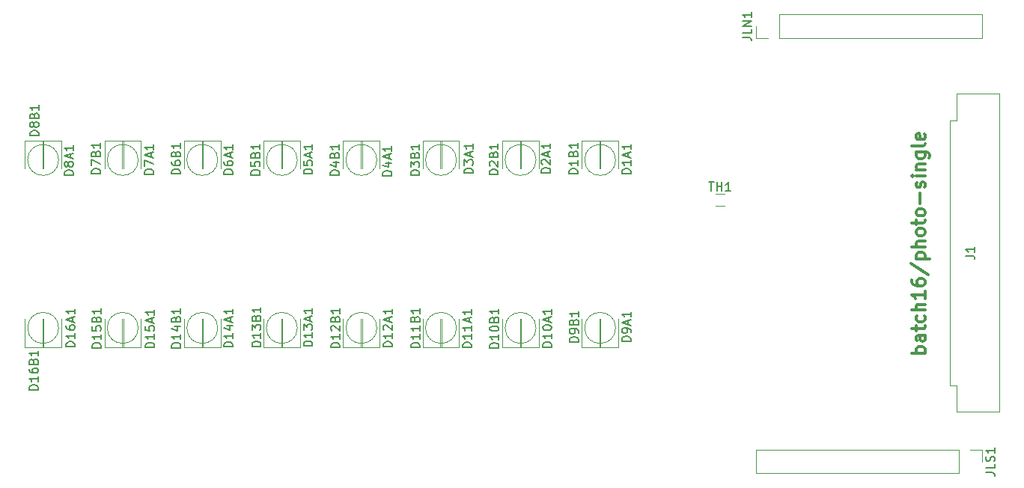
<source format=gto>
G04 #@! TF.GenerationSoftware,KiCad,Pcbnew,(5.1.6-0-10_14)*
G04 #@! TF.CreationDate,2021-12-08T11:09:57+09:00*
G04 #@! TF.ProjectId,photo-single,70686f74-6f2d-4736-996e-676c652e6b69,rev?*
G04 #@! TF.SameCoordinates,Original*
G04 #@! TF.FileFunction,Legend,Top*
G04 #@! TF.FilePolarity,Positive*
%FSLAX46Y46*%
G04 Gerber Fmt 4.6, Leading zero omitted, Abs format (unit mm)*
G04 Created by KiCad (PCBNEW (5.1.6-0-10_14)) date 2021-12-08 11:09:57*
%MOMM*%
%LPD*%
G01*
G04 APERTURE LIST*
%ADD10C,0.300000*%
%ADD11C,0.100000*%
%ADD12C,0.120000*%
%ADD13C,0.150000*%
G04 APERTURE END LIST*
D10*
X198678571Y-112332857D02*
X197178571Y-112332857D01*
X197750000Y-112332857D02*
X197678571Y-112190000D01*
X197678571Y-111904285D01*
X197750000Y-111761428D01*
X197821428Y-111690000D01*
X197964285Y-111618571D01*
X198392857Y-111618571D01*
X198535714Y-111690000D01*
X198607142Y-111761428D01*
X198678571Y-111904285D01*
X198678571Y-112190000D01*
X198607142Y-112332857D01*
X198678571Y-110332857D02*
X197892857Y-110332857D01*
X197750000Y-110404285D01*
X197678571Y-110547142D01*
X197678571Y-110832857D01*
X197750000Y-110975714D01*
X198607142Y-110332857D02*
X198678571Y-110475714D01*
X198678571Y-110832857D01*
X198607142Y-110975714D01*
X198464285Y-111047142D01*
X198321428Y-111047142D01*
X198178571Y-110975714D01*
X198107142Y-110832857D01*
X198107142Y-110475714D01*
X198035714Y-110332857D01*
X197678571Y-109832857D02*
X197678571Y-109261428D01*
X197178571Y-109618571D02*
X198464285Y-109618571D01*
X198607142Y-109547142D01*
X198678571Y-109404285D01*
X198678571Y-109261428D01*
X198607142Y-108118571D02*
X198678571Y-108261428D01*
X198678571Y-108547142D01*
X198607142Y-108690000D01*
X198535714Y-108761428D01*
X198392857Y-108832857D01*
X197964285Y-108832857D01*
X197821428Y-108761428D01*
X197750000Y-108690000D01*
X197678571Y-108547142D01*
X197678571Y-108261428D01*
X197750000Y-108118571D01*
X198678571Y-107475714D02*
X197178571Y-107475714D01*
X198678571Y-106832857D02*
X197892857Y-106832857D01*
X197750000Y-106904285D01*
X197678571Y-107047142D01*
X197678571Y-107261428D01*
X197750000Y-107404285D01*
X197821428Y-107475714D01*
X198678571Y-105332857D02*
X198678571Y-106190000D01*
X198678571Y-105761428D02*
X197178571Y-105761428D01*
X197392857Y-105904285D01*
X197535714Y-106047142D01*
X197607142Y-106190000D01*
X197178571Y-104047142D02*
X197178571Y-104332857D01*
X197250000Y-104475714D01*
X197321428Y-104547142D01*
X197535714Y-104690000D01*
X197821428Y-104761428D01*
X198392857Y-104761428D01*
X198535714Y-104690000D01*
X198607142Y-104618571D01*
X198678571Y-104475714D01*
X198678571Y-104190000D01*
X198607142Y-104047142D01*
X198535714Y-103975714D01*
X198392857Y-103904285D01*
X198035714Y-103904285D01*
X197892857Y-103975714D01*
X197821428Y-104047142D01*
X197750000Y-104190000D01*
X197750000Y-104475714D01*
X197821428Y-104618571D01*
X197892857Y-104690000D01*
X198035714Y-104761428D01*
X197107142Y-102190000D02*
X199035714Y-103475714D01*
X197678571Y-101690000D02*
X199178571Y-101690000D01*
X197750000Y-101690000D02*
X197678571Y-101547142D01*
X197678571Y-101261428D01*
X197750000Y-101118571D01*
X197821428Y-101047142D01*
X197964285Y-100975714D01*
X198392857Y-100975714D01*
X198535714Y-101047142D01*
X198607142Y-101118571D01*
X198678571Y-101261428D01*
X198678571Y-101547142D01*
X198607142Y-101690000D01*
X198678571Y-100332857D02*
X197178571Y-100332857D01*
X198678571Y-99690000D02*
X197892857Y-99690000D01*
X197750000Y-99761428D01*
X197678571Y-99904285D01*
X197678571Y-100118571D01*
X197750000Y-100261428D01*
X197821428Y-100332857D01*
X198678571Y-98761428D02*
X198607142Y-98904285D01*
X198535714Y-98975714D01*
X198392857Y-99047142D01*
X197964285Y-99047142D01*
X197821428Y-98975714D01*
X197750000Y-98904285D01*
X197678571Y-98761428D01*
X197678571Y-98547142D01*
X197750000Y-98404285D01*
X197821428Y-98332857D01*
X197964285Y-98261428D01*
X198392857Y-98261428D01*
X198535714Y-98332857D01*
X198607142Y-98404285D01*
X198678571Y-98547142D01*
X198678571Y-98761428D01*
X197678571Y-97832857D02*
X197678571Y-97261428D01*
X197178571Y-97618571D02*
X198464285Y-97618571D01*
X198607142Y-97547142D01*
X198678571Y-97404285D01*
X198678571Y-97261428D01*
X198678571Y-96547142D02*
X198607142Y-96690000D01*
X198535714Y-96761428D01*
X198392857Y-96832857D01*
X197964285Y-96832857D01*
X197821428Y-96761428D01*
X197750000Y-96690000D01*
X197678571Y-96547142D01*
X197678571Y-96332857D01*
X197750000Y-96190000D01*
X197821428Y-96118571D01*
X197964285Y-96047142D01*
X198392857Y-96047142D01*
X198535714Y-96118571D01*
X198607142Y-96190000D01*
X198678571Y-96332857D01*
X198678571Y-96547142D01*
X198107142Y-95404285D02*
X198107142Y-94261428D01*
X198607142Y-93618571D02*
X198678571Y-93475714D01*
X198678571Y-93190000D01*
X198607142Y-93047142D01*
X198464285Y-92975714D01*
X198392857Y-92975714D01*
X198250000Y-93047142D01*
X198178571Y-93190000D01*
X198178571Y-93404285D01*
X198107142Y-93547142D01*
X197964285Y-93618571D01*
X197892857Y-93618571D01*
X197750000Y-93547142D01*
X197678571Y-93404285D01*
X197678571Y-93190000D01*
X197750000Y-93047142D01*
X198678571Y-92332857D02*
X197678571Y-92332857D01*
X197178571Y-92332857D02*
X197250000Y-92404285D01*
X197321428Y-92332857D01*
X197250000Y-92261428D01*
X197178571Y-92332857D01*
X197321428Y-92332857D01*
X197678571Y-91618571D02*
X198678571Y-91618571D01*
X197821428Y-91618571D02*
X197750000Y-91547142D01*
X197678571Y-91404285D01*
X197678571Y-91190000D01*
X197750000Y-91047142D01*
X197892857Y-90975714D01*
X198678571Y-90975714D01*
X197678571Y-89618571D02*
X198892857Y-89618571D01*
X199035714Y-89690000D01*
X199107142Y-89761428D01*
X199178571Y-89904285D01*
X199178571Y-90118571D01*
X199107142Y-90261428D01*
X198607142Y-89618571D02*
X198678571Y-89761428D01*
X198678571Y-90047142D01*
X198607142Y-90190000D01*
X198535714Y-90261428D01*
X198392857Y-90332857D01*
X197964285Y-90332857D01*
X197821428Y-90261428D01*
X197750000Y-90190000D01*
X197678571Y-90047142D01*
X197678571Y-89761428D01*
X197750000Y-89618571D01*
X198678571Y-88690000D02*
X198607142Y-88832857D01*
X198464285Y-88904285D01*
X197178571Y-88904285D01*
X198607142Y-87547142D02*
X198678571Y-87690000D01*
X198678571Y-87975714D01*
X198607142Y-88118571D01*
X198464285Y-88190000D01*
X197892857Y-88190000D01*
X197750000Y-88118571D01*
X197678571Y-87975714D01*
X197678571Y-87690000D01*
X197750000Y-87547142D01*
X197892857Y-87475714D01*
X198035714Y-87475714D01*
X198178571Y-88190000D01*
D11*
X100671211Y-90502066D02*
G75*
G03*
X100671211Y-90502066I-1750000J0D01*
G01*
X109671211Y-90502066D02*
G75*
G03*
X109671211Y-90502066I-1750000J0D01*
G01*
X118671211Y-90502066D02*
G75*
G03*
X118671211Y-90502066I-1750000J0D01*
G01*
X127671211Y-90502066D02*
G75*
G03*
X127671211Y-90502066I-1750000J0D01*
G01*
X136671211Y-90502066D02*
G75*
G03*
X136671211Y-90502066I-1750000J0D01*
G01*
X145671211Y-90502066D02*
G75*
G03*
X145671211Y-90502066I-1750000J0D01*
G01*
X154671211Y-90502066D02*
G75*
G03*
X154671211Y-90502066I-1750000J0D01*
G01*
X163671211Y-90502066D02*
G75*
G03*
X163671211Y-90502066I-1750000J0D01*
G01*
X163671211Y-109501633D02*
G75*
G03*
X163671211Y-109501633I-1750000J0D01*
G01*
X154671211Y-109501633D02*
G75*
G03*
X154671211Y-109501633I-1750000J0D01*
G01*
X145671211Y-109501633D02*
G75*
G03*
X145671211Y-109501633I-1750000J0D01*
G01*
X136671211Y-109501633D02*
G75*
G03*
X136671211Y-109501633I-1750000J0D01*
G01*
X127671211Y-109501633D02*
G75*
G03*
X127671211Y-109501633I-1750000J0D01*
G01*
X118671211Y-109501633D02*
G75*
G03*
X118671211Y-109501633I-1750000J0D01*
G01*
X100671211Y-109501633D02*
G75*
G03*
X100671211Y-109501633I-1750000J0D01*
G01*
X109671211Y-109501633D02*
G75*
G03*
X109671211Y-109501633I-1750000J0D01*
G01*
D12*
X179575000Y-123298000D02*
X179575000Y-125958000D01*
X202495000Y-123298000D02*
X179575000Y-123298000D01*
X202495000Y-125958000D02*
X179575000Y-125958000D01*
X202495000Y-123298000D02*
X202495000Y-125958000D01*
X203765000Y-123298000D02*
X205095000Y-123298000D01*
X205095000Y-123298000D02*
X205095000Y-124628000D01*
X163981211Y-88302066D02*
X161861211Y-88302066D01*
X163981211Y-91502066D02*
X163981211Y-88302066D01*
X161861211Y-88302066D02*
X161861211Y-91502066D01*
X107861211Y-111701633D02*
X109981211Y-111701633D01*
X107861211Y-108501633D02*
X107861211Y-111701633D01*
X109981211Y-111701633D02*
X109981211Y-108501633D01*
X163981211Y-111701633D02*
X163981211Y-108501633D01*
X161861211Y-108501633D02*
X161861211Y-111701633D01*
X161861211Y-111701633D02*
X163981211Y-111701633D01*
X159861211Y-111701633D02*
X161981211Y-111701633D01*
X159861211Y-108501633D02*
X159861211Y-111701633D01*
X161981211Y-111701633D02*
X161981211Y-108501633D01*
X154981211Y-111701633D02*
X154981211Y-108501633D01*
X152861211Y-108501633D02*
X152861211Y-111701633D01*
X152861211Y-111701633D02*
X154981211Y-111701633D01*
X150861211Y-111701633D02*
X152981211Y-111701633D01*
X150861211Y-108501633D02*
X150861211Y-111701633D01*
X152981211Y-111701633D02*
X152981211Y-108501633D01*
X145981211Y-111701633D02*
X145981211Y-108501633D01*
X143861211Y-108501633D02*
X143861211Y-111701633D01*
X143861211Y-111701633D02*
X145981211Y-111701633D01*
X141861211Y-111701633D02*
X143981211Y-111701633D01*
X141861211Y-108501633D02*
X141861211Y-111701633D01*
X143981211Y-111701633D02*
X143981211Y-108501633D01*
X136981211Y-111701633D02*
X136981211Y-108501633D01*
X134861211Y-108501633D02*
X134861211Y-111701633D01*
X134861211Y-111701633D02*
X136981211Y-111701633D01*
X116861211Y-111701633D02*
X118981211Y-111701633D01*
X116861211Y-108501633D02*
X116861211Y-111701633D01*
X118981211Y-111701633D02*
X118981211Y-108501633D01*
X107981211Y-111701633D02*
X107981211Y-108501633D01*
X105861211Y-108501633D02*
X105861211Y-111701633D01*
X105861211Y-111701633D02*
X107981211Y-111701633D01*
X116981211Y-111701633D02*
X116981211Y-108501633D01*
X114861211Y-108501633D02*
X114861211Y-111701633D01*
X114861211Y-111701633D02*
X116981211Y-111701633D01*
X125861211Y-111701633D02*
X127981211Y-111701633D01*
X125861211Y-108501633D02*
X125861211Y-111701633D01*
X127981211Y-111701633D02*
X127981211Y-108501633D01*
X125981211Y-111701633D02*
X125981211Y-108501633D01*
X123861211Y-108501633D02*
X123861211Y-111701633D01*
X123861211Y-111701633D02*
X125981211Y-111701633D01*
X98861211Y-111701633D02*
X100981211Y-111701633D01*
X98861211Y-108501633D02*
X98861211Y-111701633D01*
X100981211Y-111701633D02*
X100981211Y-108501633D01*
X132861211Y-111701633D02*
X134981211Y-111701633D01*
X132861211Y-108501633D02*
X132861211Y-111701633D01*
X134981211Y-111701633D02*
X134981211Y-108501633D01*
X98981211Y-111701633D02*
X98981211Y-108501633D01*
X96861211Y-108501633D02*
X96861211Y-111701633D01*
X96861211Y-111701633D02*
X98981211Y-111701633D01*
X159861211Y-88302066D02*
X159861211Y-91502066D01*
X161981211Y-91502066D02*
X161981211Y-88302066D01*
X161981211Y-88302066D02*
X159861211Y-88302066D01*
X98861211Y-88302066D02*
X98861211Y-91502066D01*
X100981211Y-91502066D02*
X100981211Y-88302066D01*
X100981211Y-88302066D02*
X98861211Y-88302066D01*
X136981211Y-88302066D02*
X134861211Y-88302066D01*
X136981211Y-91502066D02*
X136981211Y-88302066D01*
X134861211Y-88302066D02*
X134861211Y-91502066D01*
X116981211Y-88302066D02*
X114861211Y-88302066D01*
X116981211Y-91502066D02*
X116981211Y-88302066D01*
X114861211Y-88302066D02*
X114861211Y-91502066D01*
X116861211Y-88302066D02*
X116861211Y-91502066D01*
X118981211Y-91502066D02*
X118981211Y-88302066D01*
X118981211Y-88302066D02*
X116861211Y-88302066D01*
X141861211Y-88302066D02*
X141861211Y-91502066D01*
X143981211Y-91502066D02*
X143981211Y-88302066D01*
X143981211Y-88302066D02*
X141861211Y-88302066D01*
X107981211Y-88302066D02*
X105861211Y-88302066D01*
X107981211Y-91502066D02*
X107981211Y-88302066D01*
X105861211Y-88302066D02*
X105861211Y-91502066D01*
X125981211Y-88302066D02*
X123861211Y-88302066D01*
X125981211Y-91502066D02*
X125981211Y-88302066D01*
X123861211Y-88302066D02*
X123861211Y-91502066D01*
X132861211Y-88302066D02*
X132861211Y-91502066D01*
X134981211Y-91502066D02*
X134981211Y-88302066D01*
X134981211Y-88302066D02*
X132861211Y-88302066D01*
X125861211Y-88302066D02*
X125861211Y-91502066D01*
X127981211Y-91502066D02*
X127981211Y-88302066D01*
X127981211Y-88302066D02*
X125861211Y-88302066D01*
X154981211Y-88302066D02*
X152861211Y-88302066D01*
X154981211Y-91502066D02*
X154981211Y-88302066D01*
X152861211Y-88302066D02*
X152861211Y-91502066D01*
X145981211Y-88302066D02*
X143861211Y-88302066D01*
X145981211Y-91502066D02*
X145981211Y-88302066D01*
X143861211Y-88302066D02*
X143861211Y-91502066D01*
X150861211Y-88302066D02*
X150861211Y-91502066D01*
X152981211Y-91502066D02*
X152981211Y-88302066D01*
X152981211Y-88302066D02*
X150861211Y-88302066D01*
X98981211Y-88302066D02*
X96861211Y-88302066D01*
X98981211Y-91502066D02*
X98981211Y-88302066D01*
X96861211Y-88302066D02*
X96861211Y-91502066D01*
X107861211Y-88302066D02*
X107861211Y-91502066D01*
X109981211Y-91502066D02*
X109981211Y-88302066D01*
X109981211Y-88302066D02*
X107861211Y-88302066D01*
X176000000Y-95680000D02*
X175000000Y-95680000D01*
X175000000Y-94320000D02*
X176000000Y-94320000D01*
X202249000Y-86020000D02*
X201449000Y-86020000D01*
X202249000Y-116020000D02*
X201449000Y-116020000D01*
X202249000Y-83020000D02*
X202249000Y-86020000D01*
X202249000Y-119020000D02*
X202249000Y-116020000D01*
X207099000Y-83020000D02*
X202249000Y-83020000D01*
X207099000Y-119020000D02*
X202249000Y-119020000D01*
X207099000Y-119020000D02*
X207099000Y-83020000D01*
X201449000Y-116020000D02*
X201449000Y-86020000D01*
X179575000Y-76702000D02*
X179575000Y-75372000D01*
X180905000Y-76702000D02*
X179575000Y-76702000D01*
X182175000Y-76702000D02*
X182175000Y-74042000D01*
X182175000Y-74042000D02*
X205095000Y-74042000D01*
X182175000Y-76702000D02*
X205095000Y-76702000D01*
X205095000Y-76702000D02*
X205095000Y-74042000D01*
D13*
X205547380Y-125842285D02*
X206261666Y-125842285D01*
X206404523Y-125889904D01*
X206499761Y-125985142D01*
X206547380Y-126128000D01*
X206547380Y-126223238D01*
X206547380Y-124889904D02*
X206547380Y-125366095D01*
X205547380Y-125366095D01*
X206499761Y-124604190D02*
X206547380Y-124461333D01*
X206547380Y-124223238D01*
X206499761Y-124128000D01*
X206452142Y-124080380D01*
X206356904Y-124032761D01*
X206261666Y-124032761D01*
X206166428Y-124080380D01*
X206118809Y-124128000D01*
X206071190Y-124223238D01*
X206023571Y-124413714D01*
X205975952Y-124508952D01*
X205928333Y-124556571D01*
X205833095Y-124604190D01*
X205737857Y-124604190D01*
X205642619Y-124556571D01*
X205595000Y-124508952D01*
X205547380Y-124413714D01*
X205547380Y-124175619D01*
X205595000Y-124032761D01*
X206547380Y-123080380D02*
X206547380Y-123651809D01*
X206547380Y-123366095D02*
X205547380Y-123366095D01*
X205690238Y-123461333D01*
X205785476Y-123556571D01*
X205833095Y-123651809D01*
X165392380Y-92062857D02*
X164392380Y-92062857D01*
X164392380Y-91824761D01*
X164440000Y-91681904D01*
X164535238Y-91586666D01*
X164630476Y-91539047D01*
X164820952Y-91491428D01*
X164963809Y-91491428D01*
X165154285Y-91539047D01*
X165249523Y-91586666D01*
X165344761Y-91681904D01*
X165392380Y-91824761D01*
X165392380Y-92062857D01*
X165392380Y-90539047D02*
X165392380Y-91110476D01*
X165392380Y-90824761D02*
X164392380Y-90824761D01*
X164535238Y-90920000D01*
X164630476Y-91015238D01*
X164678095Y-91110476D01*
X165106666Y-90158095D02*
X165106666Y-89681904D01*
X165392380Y-90253333D02*
X164392380Y-89920000D01*
X165392380Y-89586666D01*
X165392380Y-88729523D02*
X165392380Y-89300952D01*
X165392380Y-89015238D02*
X164392380Y-89015238D01*
X164535238Y-89110476D01*
X164630476Y-89205714D01*
X164678095Y-89300952D01*
X111502380Y-111729047D02*
X110502380Y-111729047D01*
X110502380Y-111490952D01*
X110550000Y-111348095D01*
X110645238Y-111252857D01*
X110740476Y-111205238D01*
X110930952Y-111157619D01*
X111073809Y-111157619D01*
X111264285Y-111205238D01*
X111359523Y-111252857D01*
X111454761Y-111348095D01*
X111502380Y-111490952D01*
X111502380Y-111729047D01*
X111502380Y-110205238D02*
X111502380Y-110776666D01*
X111502380Y-110490952D02*
X110502380Y-110490952D01*
X110645238Y-110586190D01*
X110740476Y-110681428D01*
X110788095Y-110776666D01*
X110502380Y-109300476D02*
X110502380Y-109776666D01*
X110978571Y-109824285D01*
X110930952Y-109776666D01*
X110883333Y-109681428D01*
X110883333Y-109443333D01*
X110930952Y-109348095D01*
X110978571Y-109300476D01*
X111073809Y-109252857D01*
X111311904Y-109252857D01*
X111407142Y-109300476D01*
X111454761Y-109348095D01*
X111502380Y-109443333D01*
X111502380Y-109681428D01*
X111454761Y-109776666D01*
X111407142Y-109824285D01*
X111216666Y-108871904D02*
X111216666Y-108395714D01*
X111502380Y-108967142D02*
X110502380Y-108633809D01*
X111502380Y-108300476D01*
X111502380Y-107443333D02*
X111502380Y-108014761D01*
X111502380Y-107729047D02*
X110502380Y-107729047D01*
X110645238Y-107824285D01*
X110740476Y-107919523D01*
X110788095Y-108014761D01*
X165382380Y-111022857D02*
X164382380Y-111022857D01*
X164382380Y-110784761D01*
X164430000Y-110641904D01*
X164525238Y-110546666D01*
X164620476Y-110499047D01*
X164810952Y-110451428D01*
X164953809Y-110451428D01*
X165144285Y-110499047D01*
X165239523Y-110546666D01*
X165334761Y-110641904D01*
X165382380Y-110784761D01*
X165382380Y-111022857D01*
X165382380Y-109975238D02*
X165382380Y-109784761D01*
X165334761Y-109689523D01*
X165287142Y-109641904D01*
X165144285Y-109546666D01*
X164953809Y-109499047D01*
X164572857Y-109499047D01*
X164477619Y-109546666D01*
X164430000Y-109594285D01*
X164382380Y-109689523D01*
X164382380Y-109880000D01*
X164430000Y-109975238D01*
X164477619Y-110022857D01*
X164572857Y-110070476D01*
X164810952Y-110070476D01*
X164906190Y-110022857D01*
X164953809Y-109975238D01*
X165001428Y-109880000D01*
X165001428Y-109689523D01*
X164953809Y-109594285D01*
X164906190Y-109546666D01*
X164810952Y-109499047D01*
X165096666Y-109118095D02*
X165096666Y-108641904D01*
X165382380Y-109213333D02*
X164382380Y-108880000D01*
X165382380Y-108546666D01*
X165382380Y-107689523D02*
X165382380Y-108260952D01*
X165382380Y-107975238D02*
X164382380Y-107975238D01*
X164525238Y-108070476D01*
X164620476Y-108165714D01*
X164668095Y-108260952D01*
X159462380Y-111094285D02*
X158462380Y-111094285D01*
X158462380Y-110856190D01*
X158510000Y-110713333D01*
X158605238Y-110618095D01*
X158700476Y-110570476D01*
X158890952Y-110522857D01*
X159033809Y-110522857D01*
X159224285Y-110570476D01*
X159319523Y-110618095D01*
X159414761Y-110713333D01*
X159462380Y-110856190D01*
X159462380Y-111094285D01*
X159462380Y-110046666D02*
X159462380Y-109856190D01*
X159414761Y-109760952D01*
X159367142Y-109713333D01*
X159224285Y-109618095D01*
X159033809Y-109570476D01*
X158652857Y-109570476D01*
X158557619Y-109618095D01*
X158510000Y-109665714D01*
X158462380Y-109760952D01*
X158462380Y-109951428D01*
X158510000Y-110046666D01*
X158557619Y-110094285D01*
X158652857Y-110141904D01*
X158890952Y-110141904D01*
X158986190Y-110094285D01*
X159033809Y-110046666D01*
X159081428Y-109951428D01*
X159081428Y-109760952D01*
X159033809Y-109665714D01*
X158986190Y-109618095D01*
X158890952Y-109570476D01*
X158938571Y-108808571D02*
X158986190Y-108665714D01*
X159033809Y-108618095D01*
X159129047Y-108570476D01*
X159271904Y-108570476D01*
X159367142Y-108618095D01*
X159414761Y-108665714D01*
X159462380Y-108760952D01*
X159462380Y-109141904D01*
X158462380Y-109141904D01*
X158462380Y-108808571D01*
X158510000Y-108713333D01*
X158557619Y-108665714D01*
X158652857Y-108618095D01*
X158748095Y-108618095D01*
X158843333Y-108665714D01*
X158890952Y-108713333D01*
X158938571Y-108808571D01*
X158938571Y-109141904D01*
X159462380Y-107618095D02*
X159462380Y-108189523D01*
X159462380Y-107903809D02*
X158462380Y-107903809D01*
X158605238Y-107999047D01*
X158700476Y-108094285D01*
X158748095Y-108189523D01*
X156422380Y-111669047D02*
X155422380Y-111669047D01*
X155422380Y-111430952D01*
X155470000Y-111288095D01*
X155565238Y-111192857D01*
X155660476Y-111145238D01*
X155850952Y-111097619D01*
X155993809Y-111097619D01*
X156184285Y-111145238D01*
X156279523Y-111192857D01*
X156374761Y-111288095D01*
X156422380Y-111430952D01*
X156422380Y-111669047D01*
X156422380Y-110145238D02*
X156422380Y-110716666D01*
X156422380Y-110430952D02*
X155422380Y-110430952D01*
X155565238Y-110526190D01*
X155660476Y-110621428D01*
X155708095Y-110716666D01*
X155422380Y-109526190D02*
X155422380Y-109430952D01*
X155470000Y-109335714D01*
X155517619Y-109288095D01*
X155612857Y-109240476D01*
X155803333Y-109192857D01*
X156041428Y-109192857D01*
X156231904Y-109240476D01*
X156327142Y-109288095D01*
X156374761Y-109335714D01*
X156422380Y-109430952D01*
X156422380Y-109526190D01*
X156374761Y-109621428D01*
X156327142Y-109669047D01*
X156231904Y-109716666D01*
X156041428Y-109764285D01*
X155803333Y-109764285D01*
X155612857Y-109716666D01*
X155517619Y-109669047D01*
X155470000Y-109621428D01*
X155422380Y-109526190D01*
X156136666Y-108811904D02*
X156136666Y-108335714D01*
X156422380Y-108907142D02*
X155422380Y-108573809D01*
X156422380Y-108240476D01*
X156422380Y-107383333D02*
X156422380Y-107954761D01*
X156422380Y-107669047D02*
X155422380Y-107669047D01*
X155565238Y-107764285D01*
X155660476Y-107859523D01*
X155708095Y-107954761D01*
X150452380Y-111770476D02*
X149452380Y-111770476D01*
X149452380Y-111532380D01*
X149500000Y-111389523D01*
X149595238Y-111294285D01*
X149690476Y-111246666D01*
X149880952Y-111199047D01*
X150023809Y-111199047D01*
X150214285Y-111246666D01*
X150309523Y-111294285D01*
X150404761Y-111389523D01*
X150452380Y-111532380D01*
X150452380Y-111770476D01*
X150452380Y-110246666D02*
X150452380Y-110818095D01*
X150452380Y-110532380D02*
X149452380Y-110532380D01*
X149595238Y-110627619D01*
X149690476Y-110722857D01*
X149738095Y-110818095D01*
X149452380Y-109627619D02*
X149452380Y-109532380D01*
X149500000Y-109437142D01*
X149547619Y-109389523D01*
X149642857Y-109341904D01*
X149833333Y-109294285D01*
X150071428Y-109294285D01*
X150261904Y-109341904D01*
X150357142Y-109389523D01*
X150404761Y-109437142D01*
X150452380Y-109532380D01*
X150452380Y-109627619D01*
X150404761Y-109722857D01*
X150357142Y-109770476D01*
X150261904Y-109818095D01*
X150071428Y-109865714D01*
X149833333Y-109865714D01*
X149642857Y-109818095D01*
X149547619Y-109770476D01*
X149500000Y-109722857D01*
X149452380Y-109627619D01*
X149928571Y-108532380D02*
X149976190Y-108389523D01*
X150023809Y-108341904D01*
X150119047Y-108294285D01*
X150261904Y-108294285D01*
X150357142Y-108341904D01*
X150404761Y-108389523D01*
X150452380Y-108484761D01*
X150452380Y-108865714D01*
X149452380Y-108865714D01*
X149452380Y-108532380D01*
X149500000Y-108437142D01*
X149547619Y-108389523D01*
X149642857Y-108341904D01*
X149738095Y-108341904D01*
X149833333Y-108389523D01*
X149880952Y-108437142D01*
X149928571Y-108532380D01*
X149928571Y-108865714D01*
X150452380Y-107341904D02*
X150452380Y-107913333D01*
X150452380Y-107627619D02*
X149452380Y-107627619D01*
X149595238Y-107722857D01*
X149690476Y-107818095D01*
X149738095Y-107913333D01*
X147372380Y-111699047D02*
X146372380Y-111699047D01*
X146372380Y-111460952D01*
X146420000Y-111318095D01*
X146515238Y-111222857D01*
X146610476Y-111175238D01*
X146800952Y-111127619D01*
X146943809Y-111127619D01*
X147134285Y-111175238D01*
X147229523Y-111222857D01*
X147324761Y-111318095D01*
X147372380Y-111460952D01*
X147372380Y-111699047D01*
X147372380Y-110175238D02*
X147372380Y-110746666D01*
X147372380Y-110460952D02*
X146372380Y-110460952D01*
X146515238Y-110556190D01*
X146610476Y-110651428D01*
X146658095Y-110746666D01*
X147372380Y-109222857D02*
X147372380Y-109794285D01*
X147372380Y-109508571D02*
X146372380Y-109508571D01*
X146515238Y-109603809D01*
X146610476Y-109699047D01*
X146658095Y-109794285D01*
X147086666Y-108841904D02*
X147086666Y-108365714D01*
X147372380Y-108937142D02*
X146372380Y-108603809D01*
X147372380Y-108270476D01*
X147372380Y-107413333D02*
X147372380Y-107984761D01*
X147372380Y-107699047D02*
X146372380Y-107699047D01*
X146515238Y-107794285D01*
X146610476Y-107889523D01*
X146658095Y-107984761D01*
X141512380Y-111730476D02*
X140512380Y-111730476D01*
X140512380Y-111492380D01*
X140560000Y-111349523D01*
X140655238Y-111254285D01*
X140750476Y-111206666D01*
X140940952Y-111159047D01*
X141083809Y-111159047D01*
X141274285Y-111206666D01*
X141369523Y-111254285D01*
X141464761Y-111349523D01*
X141512380Y-111492380D01*
X141512380Y-111730476D01*
X141512380Y-110206666D02*
X141512380Y-110778095D01*
X141512380Y-110492380D02*
X140512380Y-110492380D01*
X140655238Y-110587619D01*
X140750476Y-110682857D01*
X140798095Y-110778095D01*
X141512380Y-109254285D02*
X141512380Y-109825714D01*
X141512380Y-109540000D02*
X140512380Y-109540000D01*
X140655238Y-109635238D01*
X140750476Y-109730476D01*
X140798095Y-109825714D01*
X140988571Y-108492380D02*
X141036190Y-108349523D01*
X141083809Y-108301904D01*
X141179047Y-108254285D01*
X141321904Y-108254285D01*
X141417142Y-108301904D01*
X141464761Y-108349523D01*
X141512380Y-108444761D01*
X141512380Y-108825714D01*
X140512380Y-108825714D01*
X140512380Y-108492380D01*
X140560000Y-108397142D01*
X140607619Y-108349523D01*
X140702857Y-108301904D01*
X140798095Y-108301904D01*
X140893333Y-108349523D01*
X140940952Y-108397142D01*
X140988571Y-108492380D01*
X140988571Y-108825714D01*
X141512380Y-107301904D02*
X141512380Y-107873333D01*
X141512380Y-107587619D02*
X140512380Y-107587619D01*
X140655238Y-107682857D01*
X140750476Y-107778095D01*
X140798095Y-107873333D01*
X138382380Y-111629047D02*
X137382380Y-111629047D01*
X137382380Y-111390952D01*
X137430000Y-111248095D01*
X137525238Y-111152857D01*
X137620476Y-111105238D01*
X137810952Y-111057619D01*
X137953809Y-111057619D01*
X138144285Y-111105238D01*
X138239523Y-111152857D01*
X138334761Y-111248095D01*
X138382380Y-111390952D01*
X138382380Y-111629047D01*
X138382380Y-110105238D02*
X138382380Y-110676666D01*
X138382380Y-110390952D02*
X137382380Y-110390952D01*
X137525238Y-110486190D01*
X137620476Y-110581428D01*
X137668095Y-110676666D01*
X137477619Y-109724285D02*
X137430000Y-109676666D01*
X137382380Y-109581428D01*
X137382380Y-109343333D01*
X137430000Y-109248095D01*
X137477619Y-109200476D01*
X137572857Y-109152857D01*
X137668095Y-109152857D01*
X137810952Y-109200476D01*
X138382380Y-109771904D01*
X138382380Y-109152857D01*
X138096666Y-108771904D02*
X138096666Y-108295714D01*
X138382380Y-108867142D02*
X137382380Y-108533809D01*
X138382380Y-108200476D01*
X138382380Y-107343333D02*
X138382380Y-107914761D01*
X138382380Y-107629047D02*
X137382380Y-107629047D01*
X137525238Y-107724285D01*
X137620476Y-107819523D01*
X137668095Y-107914761D01*
X120372380Y-111639047D02*
X119372380Y-111639047D01*
X119372380Y-111400952D01*
X119420000Y-111258095D01*
X119515238Y-111162857D01*
X119610476Y-111115238D01*
X119800952Y-111067619D01*
X119943809Y-111067619D01*
X120134285Y-111115238D01*
X120229523Y-111162857D01*
X120324761Y-111258095D01*
X120372380Y-111400952D01*
X120372380Y-111639047D01*
X120372380Y-110115238D02*
X120372380Y-110686666D01*
X120372380Y-110400952D02*
X119372380Y-110400952D01*
X119515238Y-110496190D01*
X119610476Y-110591428D01*
X119658095Y-110686666D01*
X119705714Y-109258095D02*
X120372380Y-109258095D01*
X119324761Y-109496190D02*
X120039047Y-109734285D01*
X120039047Y-109115238D01*
X120086666Y-108781904D02*
X120086666Y-108305714D01*
X120372380Y-108877142D02*
X119372380Y-108543809D01*
X120372380Y-108210476D01*
X120372380Y-107353333D02*
X120372380Y-107924761D01*
X120372380Y-107639047D02*
X119372380Y-107639047D01*
X119515238Y-107734285D01*
X119610476Y-107829523D01*
X119658095Y-107924761D01*
X105462380Y-111750476D02*
X104462380Y-111750476D01*
X104462380Y-111512380D01*
X104510000Y-111369523D01*
X104605238Y-111274285D01*
X104700476Y-111226666D01*
X104890952Y-111179047D01*
X105033809Y-111179047D01*
X105224285Y-111226666D01*
X105319523Y-111274285D01*
X105414761Y-111369523D01*
X105462380Y-111512380D01*
X105462380Y-111750476D01*
X105462380Y-110226666D02*
X105462380Y-110798095D01*
X105462380Y-110512380D02*
X104462380Y-110512380D01*
X104605238Y-110607619D01*
X104700476Y-110702857D01*
X104748095Y-110798095D01*
X104462380Y-109321904D02*
X104462380Y-109798095D01*
X104938571Y-109845714D01*
X104890952Y-109798095D01*
X104843333Y-109702857D01*
X104843333Y-109464761D01*
X104890952Y-109369523D01*
X104938571Y-109321904D01*
X105033809Y-109274285D01*
X105271904Y-109274285D01*
X105367142Y-109321904D01*
X105414761Y-109369523D01*
X105462380Y-109464761D01*
X105462380Y-109702857D01*
X105414761Y-109798095D01*
X105367142Y-109845714D01*
X104938571Y-108512380D02*
X104986190Y-108369523D01*
X105033809Y-108321904D01*
X105129047Y-108274285D01*
X105271904Y-108274285D01*
X105367142Y-108321904D01*
X105414761Y-108369523D01*
X105462380Y-108464761D01*
X105462380Y-108845714D01*
X104462380Y-108845714D01*
X104462380Y-108512380D01*
X104510000Y-108417142D01*
X104557619Y-108369523D01*
X104652857Y-108321904D01*
X104748095Y-108321904D01*
X104843333Y-108369523D01*
X104890952Y-108417142D01*
X104938571Y-108512380D01*
X104938571Y-108845714D01*
X105462380Y-107321904D02*
X105462380Y-107893333D01*
X105462380Y-107607619D02*
X104462380Y-107607619D01*
X104605238Y-107702857D01*
X104700476Y-107798095D01*
X104748095Y-107893333D01*
X114472380Y-111740476D02*
X113472380Y-111740476D01*
X113472380Y-111502380D01*
X113520000Y-111359523D01*
X113615238Y-111264285D01*
X113710476Y-111216666D01*
X113900952Y-111169047D01*
X114043809Y-111169047D01*
X114234285Y-111216666D01*
X114329523Y-111264285D01*
X114424761Y-111359523D01*
X114472380Y-111502380D01*
X114472380Y-111740476D01*
X114472380Y-110216666D02*
X114472380Y-110788095D01*
X114472380Y-110502380D02*
X113472380Y-110502380D01*
X113615238Y-110597619D01*
X113710476Y-110692857D01*
X113758095Y-110788095D01*
X113805714Y-109359523D02*
X114472380Y-109359523D01*
X113424761Y-109597619D02*
X114139047Y-109835714D01*
X114139047Y-109216666D01*
X113948571Y-108502380D02*
X113996190Y-108359523D01*
X114043809Y-108311904D01*
X114139047Y-108264285D01*
X114281904Y-108264285D01*
X114377142Y-108311904D01*
X114424761Y-108359523D01*
X114472380Y-108454761D01*
X114472380Y-108835714D01*
X113472380Y-108835714D01*
X113472380Y-108502380D01*
X113520000Y-108407142D01*
X113567619Y-108359523D01*
X113662857Y-108311904D01*
X113758095Y-108311904D01*
X113853333Y-108359523D01*
X113900952Y-108407142D01*
X113948571Y-108502380D01*
X113948571Y-108835714D01*
X114472380Y-107311904D02*
X114472380Y-107883333D01*
X114472380Y-107597619D02*
X113472380Y-107597619D01*
X113615238Y-107692857D01*
X113710476Y-107788095D01*
X113758095Y-107883333D01*
X129382380Y-111569047D02*
X128382380Y-111569047D01*
X128382380Y-111330952D01*
X128430000Y-111188095D01*
X128525238Y-111092857D01*
X128620476Y-111045238D01*
X128810952Y-110997619D01*
X128953809Y-110997619D01*
X129144285Y-111045238D01*
X129239523Y-111092857D01*
X129334761Y-111188095D01*
X129382380Y-111330952D01*
X129382380Y-111569047D01*
X129382380Y-110045238D02*
X129382380Y-110616666D01*
X129382380Y-110330952D02*
X128382380Y-110330952D01*
X128525238Y-110426190D01*
X128620476Y-110521428D01*
X128668095Y-110616666D01*
X128382380Y-109711904D02*
X128382380Y-109092857D01*
X128763333Y-109426190D01*
X128763333Y-109283333D01*
X128810952Y-109188095D01*
X128858571Y-109140476D01*
X128953809Y-109092857D01*
X129191904Y-109092857D01*
X129287142Y-109140476D01*
X129334761Y-109188095D01*
X129382380Y-109283333D01*
X129382380Y-109569047D01*
X129334761Y-109664285D01*
X129287142Y-109711904D01*
X129096666Y-108711904D02*
X129096666Y-108235714D01*
X129382380Y-108807142D02*
X128382380Y-108473809D01*
X129382380Y-108140476D01*
X129382380Y-107283333D02*
X129382380Y-107854761D01*
X129382380Y-107569047D02*
X128382380Y-107569047D01*
X128525238Y-107664285D01*
X128620476Y-107759523D01*
X128668095Y-107854761D01*
X123542380Y-111610476D02*
X122542380Y-111610476D01*
X122542380Y-111372380D01*
X122590000Y-111229523D01*
X122685238Y-111134285D01*
X122780476Y-111086666D01*
X122970952Y-111039047D01*
X123113809Y-111039047D01*
X123304285Y-111086666D01*
X123399523Y-111134285D01*
X123494761Y-111229523D01*
X123542380Y-111372380D01*
X123542380Y-111610476D01*
X123542380Y-110086666D02*
X123542380Y-110658095D01*
X123542380Y-110372380D02*
X122542380Y-110372380D01*
X122685238Y-110467619D01*
X122780476Y-110562857D01*
X122828095Y-110658095D01*
X122542380Y-109753333D02*
X122542380Y-109134285D01*
X122923333Y-109467619D01*
X122923333Y-109324761D01*
X122970952Y-109229523D01*
X123018571Y-109181904D01*
X123113809Y-109134285D01*
X123351904Y-109134285D01*
X123447142Y-109181904D01*
X123494761Y-109229523D01*
X123542380Y-109324761D01*
X123542380Y-109610476D01*
X123494761Y-109705714D01*
X123447142Y-109753333D01*
X123018571Y-108372380D02*
X123066190Y-108229523D01*
X123113809Y-108181904D01*
X123209047Y-108134285D01*
X123351904Y-108134285D01*
X123447142Y-108181904D01*
X123494761Y-108229523D01*
X123542380Y-108324761D01*
X123542380Y-108705714D01*
X122542380Y-108705714D01*
X122542380Y-108372380D01*
X122590000Y-108277142D01*
X122637619Y-108229523D01*
X122732857Y-108181904D01*
X122828095Y-108181904D01*
X122923333Y-108229523D01*
X122970952Y-108277142D01*
X123018571Y-108372380D01*
X123018571Y-108705714D01*
X123542380Y-107181904D02*
X123542380Y-107753333D01*
X123542380Y-107467619D02*
X122542380Y-107467619D01*
X122685238Y-107562857D01*
X122780476Y-107658095D01*
X122828095Y-107753333D01*
X102512380Y-111629047D02*
X101512380Y-111629047D01*
X101512380Y-111390952D01*
X101560000Y-111248095D01*
X101655238Y-111152857D01*
X101750476Y-111105238D01*
X101940952Y-111057619D01*
X102083809Y-111057619D01*
X102274285Y-111105238D01*
X102369523Y-111152857D01*
X102464761Y-111248095D01*
X102512380Y-111390952D01*
X102512380Y-111629047D01*
X102512380Y-110105238D02*
X102512380Y-110676666D01*
X102512380Y-110390952D02*
X101512380Y-110390952D01*
X101655238Y-110486190D01*
X101750476Y-110581428D01*
X101798095Y-110676666D01*
X101512380Y-109248095D02*
X101512380Y-109438571D01*
X101560000Y-109533809D01*
X101607619Y-109581428D01*
X101750476Y-109676666D01*
X101940952Y-109724285D01*
X102321904Y-109724285D01*
X102417142Y-109676666D01*
X102464761Y-109629047D01*
X102512380Y-109533809D01*
X102512380Y-109343333D01*
X102464761Y-109248095D01*
X102417142Y-109200476D01*
X102321904Y-109152857D01*
X102083809Y-109152857D01*
X101988571Y-109200476D01*
X101940952Y-109248095D01*
X101893333Y-109343333D01*
X101893333Y-109533809D01*
X101940952Y-109629047D01*
X101988571Y-109676666D01*
X102083809Y-109724285D01*
X102226666Y-108771904D02*
X102226666Y-108295714D01*
X102512380Y-108867142D02*
X101512380Y-108533809D01*
X102512380Y-108200476D01*
X102512380Y-107343333D02*
X102512380Y-107914761D01*
X102512380Y-107629047D02*
X101512380Y-107629047D01*
X101655238Y-107724285D01*
X101750476Y-107819523D01*
X101798095Y-107914761D01*
X132472380Y-111730476D02*
X131472380Y-111730476D01*
X131472380Y-111492380D01*
X131520000Y-111349523D01*
X131615238Y-111254285D01*
X131710476Y-111206666D01*
X131900952Y-111159047D01*
X132043809Y-111159047D01*
X132234285Y-111206666D01*
X132329523Y-111254285D01*
X132424761Y-111349523D01*
X132472380Y-111492380D01*
X132472380Y-111730476D01*
X132472380Y-110206666D02*
X132472380Y-110778095D01*
X132472380Y-110492380D02*
X131472380Y-110492380D01*
X131615238Y-110587619D01*
X131710476Y-110682857D01*
X131758095Y-110778095D01*
X131567619Y-109825714D02*
X131520000Y-109778095D01*
X131472380Y-109682857D01*
X131472380Y-109444761D01*
X131520000Y-109349523D01*
X131567619Y-109301904D01*
X131662857Y-109254285D01*
X131758095Y-109254285D01*
X131900952Y-109301904D01*
X132472380Y-109873333D01*
X132472380Y-109254285D01*
X131948571Y-108492380D02*
X131996190Y-108349523D01*
X132043809Y-108301904D01*
X132139047Y-108254285D01*
X132281904Y-108254285D01*
X132377142Y-108301904D01*
X132424761Y-108349523D01*
X132472380Y-108444761D01*
X132472380Y-108825714D01*
X131472380Y-108825714D01*
X131472380Y-108492380D01*
X131520000Y-108397142D01*
X131567619Y-108349523D01*
X131662857Y-108301904D01*
X131758095Y-108301904D01*
X131853333Y-108349523D01*
X131900952Y-108397142D01*
X131948571Y-108492380D01*
X131948571Y-108825714D01*
X132472380Y-107301904D02*
X132472380Y-107873333D01*
X132472380Y-107587619D02*
X131472380Y-107587619D01*
X131615238Y-107682857D01*
X131710476Y-107778095D01*
X131758095Y-107873333D01*
X98342380Y-116510476D02*
X97342380Y-116510476D01*
X97342380Y-116272380D01*
X97390000Y-116129523D01*
X97485238Y-116034285D01*
X97580476Y-115986666D01*
X97770952Y-115939047D01*
X97913809Y-115939047D01*
X98104285Y-115986666D01*
X98199523Y-116034285D01*
X98294761Y-116129523D01*
X98342380Y-116272380D01*
X98342380Y-116510476D01*
X98342380Y-114986666D02*
X98342380Y-115558095D01*
X98342380Y-115272380D02*
X97342380Y-115272380D01*
X97485238Y-115367619D01*
X97580476Y-115462857D01*
X97628095Y-115558095D01*
X97342380Y-114129523D02*
X97342380Y-114320000D01*
X97390000Y-114415238D01*
X97437619Y-114462857D01*
X97580476Y-114558095D01*
X97770952Y-114605714D01*
X98151904Y-114605714D01*
X98247142Y-114558095D01*
X98294761Y-114510476D01*
X98342380Y-114415238D01*
X98342380Y-114224761D01*
X98294761Y-114129523D01*
X98247142Y-114081904D01*
X98151904Y-114034285D01*
X97913809Y-114034285D01*
X97818571Y-114081904D01*
X97770952Y-114129523D01*
X97723333Y-114224761D01*
X97723333Y-114415238D01*
X97770952Y-114510476D01*
X97818571Y-114558095D01*
X97913809Y-114605714D01*
X97818571Y-113272380D02*
X97866190Y-113129523D01*
X97913809Y-113081904D01*
X98009047Y-113034285D01*
X98151904Y-113034285D01*
X98247142Y-113081904D01*
X98294761Y-113129523D01*
X98342380Y-113224761D01*
X98342380Y-113605714D01*
X97342380Y-113605714D01*
X97342380Y-113272380D01*
X97390000Y-113177142D01*
X97437619Y-113129523D01*
X97532857Y-113081904D01*
X97628095Y-113081904D01*
X97723333Y-113129523D01*
X97770952Y-113177142D01*
X97818571Y-113272380D01*
X97818571Y-113605714D01*
X98342380Y-112081904D02*
X98342380Y-112653333D01*
X98342380Y-112367619D02*
X97342380Y-112367619D01*
X97485238Y-112462857D01*
X97580476Y-112558095D01*
X97628095Y-112653333D01*
X159402380Y-92064285D02*
X158402380Y-92064285D01*
X158402380Y-91826190D01*
X158450000Y-91683333D01*
X158545238Y-91588095D01*
X158640476Y-91540476D01*
X158830952Y-91492857D01*
X158973809Y-91492857D01*
X159164285Y-91540476D01*
X159259523Y-91588095D01*
X159354761Y-91683333D01*
X159402380Y-91826190D01*
X159402380Y-92064285D01*
X159402380Y-90540476D02*
X159402380Y-91111904D01*
X159402380Y-90826190D02*
X158402380Y-90826190D01*
X158545238Y-90921428D01*
X158640476Y-91016666D01*
X158688095Y-91111904D01*
X158878571Y-89778571D02*
X158926190Y-89635714D01*
X158973809Y-89588095D01*
X159069047Y-89540476D01*
X159211904Y-89540476D01*
X159307142Y-89588095D01*
X159354761Y-89635714D01*
X159402380Y-89730952D01*
X159402380Y-90111904D01*
X158402380Y-90111904D01*
X158402380Y-89778571D01*
X158450000Y-89683333D01*
X158497619Y-89635714D01*
X158592857Y-89588095D01*
X158688095Y-89588095D01*
X158783333Y-89635714D01*
X158830952Y-89683333D01*
X158878571Y-89778571D01*
X158878571Y-90111904D01*
X159402380Y-88588095D02*
X159402380Y-89159523D01*
X159402380Y-88873809D02*
X158402380Y-88873809D01*
X158545238Y-88969047D01*
X158640476Y-89064285D01*
X158688095Y-89159523D01*
X102322380Y-92202857D02*
X101322380Y-92202857D01*
X101322380Y-91964761D01*
X101370000Y-91821904D01*
X101465238Y-91726666D01*
X101560476Y-91679047D01*
X101750952Y-91631428D01*
X101893809Y-91631428D01*
X102084285Y-91679047D01*
X102179523Y-91726666D01*
X102274761Y-91821904D01*
X102322380Y-91964761D01*
X102322380Y-92202857D01*
X101750952Y-91060000D02*
X101703333Y-91155238D01*
X101655714Y-91202857D01*
X101560476Y-91250476D01*
X101512857Y-91250476D01*
X101417619Y-91202857D01*
X101370000Y-91155238D01*
X101322380Y-91060000D01*
X101322380Y-90869523D01*
X101370000Y-90774285D01*
X101417619Y-90726666D01*
X101512857Y-90679047D01*
X101560476Y-90679047D01*
X101655714Y-90726666D01*
X101703333Y-90774285D01*
X101750952Y-90869523D01*
X101750952Y-91060000D01*
X101798571Y-91155238D01*
X101846190Y-91202857D01*
X101941428Y-91250476D01*
X102131904Y-91250476D01*
X102227142Y-91202857D01*
X102274761Y-91155238D01*
X102322380Y-91060000D01*
X102322380Y-90869523D01*
X102274761Y-90774285D01*
X102227142Y-90726666D01*
X102131904Y-90679047D01*
X101941428Y-90679047D01*
X101846190Y-90726666D01*
X101798571Y-90774285D01*
X101750952Y-90869523D01*
X102036666Y-90298095D02*
X102036666Y-89821904D01*
X102322380Y-90393333D02*
X101322380Y-90060000D01*
X102322380Y-89726666D01*
X102322380Y-88869523D02*
X102322380Y-89440952D01*
X102322380Y-89155238D02*
X101322380Y-89155238D01*
X101465238Y-89250476D01*
X101560476Y-89345714D01*
X101608095Y-89440952D01*
X138342380Y-92282857D02*
X137342380Y-92282857D01*
X137342380Y-92044761D01*
X137390000Y-91901904D01*
X137485238Y-91806666D01*
X137580476Y-91759047D01*
X137770952Y-91711428D01*
X137913809Y-91711428D01*
X138104285Y-91759047D01*
X138199523Y-91806666D01*
X138294761Y-91901904D01*
X138342380Y-92044761D01*
X138342380Y-92282857D01*
X137675714Y-90854285D02*
X138342380Y-90854285D01*
X137294761Y-91092380D02*
X138009047Y-91330476D01*
X138009047Y-90711428D01*
X138056666Y-90378095D02*
X138056666Y-89901904D01*
X138342380Y-90473333D02*
X137342380Y-90140000D01*
X138342380Y-89806666D01*
X138342380Y-88949523D02*
X138342380Y-89520952D01*
X138342380Y-89235238D02*
X137342380Y-89235238D01*
X137485238Y-89330476D01*
X137580476Y-89425714D01*
X137628095Y-89520952D01*
X114432380Y-92094285D02*
X113432380Y-92094285D01*
X113432380Y-91856190D01*
X113480000Y-91713333D01*
X113575238Y-91618095D01*
X113670476Y-91570476D01*
X113860952Y-91522857D01*
X114003809Y-91522857D01*
X114194285Y-91570476D01*
X114289523Y-91618095D01*
X114384761Y-91713333D01*
X114432380Y-91856190D01*
X114432380Y-92094285D01*
X113432380Y-90665714D02*
X113432380Y-90856190D01*
X113480000Y-90951428D01*
X113527619Y-90999047D01*
X113670476Y-91094285D01*
X113860952Y-91141904D01*
X114241904Y-91141904D01*
X114337142Y-91094285D01*
X114384761Y-91046666D01*
X114432380Y-90951428D01*
X114432380Y-90760952D01*
X114384761Y-90665714D01*
X114337142Y-90618095D01*
X114241904Y-90570476D01*
X114003809Y-90570476D01*
X113908571Y-90618095D01*
X113860952Y-90665714D01*
X113813333Y-90760952D01*
X113813333Y-90951428D01*
X113860952Y-91046666D01*
X113908571Y-91094285D01*
X114003809Y-91141904D01*
X113908571Y-89808571D02*
X113956190Y-89665714D01*
X114003809Y-89618095D01*
X114099047Y-89570476D01*
X114241904Y-89570476D01*
X114337142Y-89618095D01*
X114384761Y-89665714D01*
X114432380Y-89760952D01*
X114432380Y-90141904D01*
X113432380Y-90141904D01*
X113432380Y-89808571D01*
X113480000Y-89713333D01*
X113527619Y-89665714D01*
X113622857Y-89618095D01*
X113718095Y-89618095D01*
X113813333Y-89665714D01*
X113860952Y-89713333D01*
X113908571Y-89808571D01*
X113908571Y-90141904D01*
X114432380Y-88618095D02*
X114432380Y-89189523D01*
X114432380Y-88903809D02*
X113432380Y-88903809D01*
X113575238Y-88999047D01*
X113670476Y-89094285D01*
X113718095Y-89189523D01*
X120372380Y-92102857D02*
X119372380Y-92102857D01*
X119372380Y-91864761D01*
X119420000Y-91721904D01*
X119515238Y-91626666D01*
X119610476Y-91579047D01*
X119800952Y-91531428D01*
X119943809Y-91531428D01*
X120134285Y-91579047D01*
X120229523Y-91626666D01*
X120324761Y-91721904D01*
X120372380Y-91864761D01*
X120372380Y-92102857D01*
X119372380Y-90674285D02*
X119372380Y-90864761D01*
X119420000Y-90960000D01*
X119467619Y-91007619D01*
X119610476Y-91102857D01*
X119800952Y-91150476D01*
X120181904Y-91150476D01*
X120277142Y-91102857D01*
X120324761Y-91055238D01*
X120372380Y-90960000D01*
X120372380Y-90769523D01*
X120324761Y-90674285D01*
X120277142Y-90626666D01*
X120181904Y-90579047D01*
X119943809Y-90579047D01*
X119848571Y-90626666D01*
X119800952Y-90674285D01*
X119753333Y-90769523D01*
X119753333Y-90960000D01*
X119800952Y-91055238D01*
X119848571Y-91102857D01*
X119943809Y-91150476D01*
X120086666Y-90198095D02*
X120086666Y-89721904D01*
X120372380Y-90293333D02*
X119372380Y-89960000D01*
X120372380Y-89626666D01*
X120372380Y-88769523D02*
X120372380Y-89340952D01*
X120372380Y-89055238D02*
X119372380Y-89055238D01*
X119515238Y-89150476D01*
X119610476Y-89245714D01*
X119658095Y-89340952D01*
X141492380Y-92224285D02*
X140492380Y-92224285D01*
X140492380Y-91986190D01*
X140540000Y-91843333D01*
X140635238Y-91748095D01*
X140730476Y-91700476D01*
X140920952Y-91652857D01*
X141063809Y-91652857D01*
X141254285Y-91700476D01*
X141349523Y-91748095D01*
X141444761Y-91843333D01*
X141492380Y-91986190D01*
X141492380Y-92224285D01*
X140492380Y-91319523D02*
X140492380Y-90700476D01*
X140873333Y-91033809D01*
X140873333Y-90890952D01*
X140920952Y-90795714D01*
X140968571Y-90748095D01*
X141063809Y-90700476D01*
X141301904Y-90700476D01*
X141397142Y-90748095D01*
X141444761Y-90795714D01*
X141492380Y-90890952D01*
X141492380Y-91176666D01*
X141444761Y-91271904D01*
X141397142Y-91319523D01*
X140968571Y-89938571D02*
X141016190Y-89795714D01*
X141063809Y-89748095D01*
X141159047Y-89700476D01*
X141301904Y-89700476D01*
X141397142Y-89748095D01*
X141444761Y-89795714D01*
X141492380Y-89890952D01*
X141492380Y-90271904D01*
X140492380Y-90271904D01*
X140492380Y-89938571D01*
X140540000Y-89843333D01*
X140587619Y-89795714D01*
X140682857Y-89748095D01*
X140778095Y-89748095D01*
X140873333Y-89795714D01*
X140920952Y-89843333D01*
X140968571Y-89938571D01*
X140968571Y-90271904D01*
X141492380Y-88748095D02*
X141492380Y-89319523D01*
X141492380Y-89033809D02*
X140492380Y-89033809D01*
X140635238Y-89129047D01*
X140730476Y-89224285D01*
X140778095Y-89319523D01*
X105392380Y-92054285D02*
X104392380Y-92054285D01*
X104392380Y-91816190D01*
X104440000Y-91673333D01*
X104535238Y-91578095D01*
X104630476Y-91530476D01*
X104820952Y-91482857D01*
X104963809Y-91482857D01*
X105154285Y-91530476D01*
X105249523Y-91578095D01*
X105344761Y-91673333D01*
X105392380Y-91816190D01*
X105392380Y-92054285D01*
X104392380Y-91149523D02*
X104392380Y-90482857D01*
X105392380Y-90911428D01*
X104868571Y-89768571D02*
X104916190Y-89625714D01*
X104963809Y-89578095D01*
X105059047Y-89530476D01*
X105201904Y-89530476D01*
X105297142Y-89578095D01*
X105344761Y-89625714D01*
X105392380Y-89720952D01*
X105392380Y-90101904D01*
X104392380Y-90101904D01*
X104392380Y-89768571D01*
X104440000Y-89673333D01*
X104487619Y-89625714D01*
X104582857Y-89578095D01*
X104678095Y-89578095D01*
X104773333Y-89625714D01*
X104820952Y-89673333D01*
X104868571Y-89768571D01*
X104868571Y-90101904D01*
X105392380Y-88578095D02*
X105392380Y-89149523D01*
X105392380Y-88863809D02*
X104392380Y-88863809D01*
X104535238Y-88959047D01*
X104630476Y-89054285D01*
X104678095Y-89149523D01*
X123442380Y-92194285D02*
X122442380Y-92194285D01*
X122442380Y-91956190D01*
X122490000Y-91813333D01*
X122585238Y-91718095D01*
X122680476Y-91670476D01*
X122870952Y-91622857D01*
X123013809Y-91622857D01*
X123204285Y-91670476D01*
X123299523Y-91718095D01*
X123394761Y-91813333D01*
X123442380Y-91956190D01*
X123442380Y-92194285D01*
X122442380Y-90718095D02*
X122442380Y-91194285D01*
X122918571Y-91241904D01*
X122870952Y-91194285D01*
X122823333Y-91099047D01*
X122823333Y-90860952D01*
X122870952Y-90765714D01*
X122918571Y-90718095D01*
X123013809Y-90670476D01*
X123251904Y-90670476D01*
X123347142Y-90718095D01*
X123394761Y-90765714D01*
X123442380Y-90860952D01*
X123442380Y-91099047D01*
X123394761Y-91194285D01*
X123347142Y-91241904D01*
X122918571Y-89908571D02*
X122966190Y-89765714D01*
X123013809Y-89718095D01*
X123109047Y-89670476D01*
X123251904Y-89670476D01*
X123347142Y-89718095D01*
X123394761Y-89765714D01*
X123442380Y-89860952D01*
X123442380Y-90241904D01*
X122442380Y-90241904D01*
X122442380Y-89908571D01*
X122490000Y-89813333D01*
X122537619Y-89765714D01*
X122632857Y-89718095D01*
X122728095Y-89718095D01*
X122823333Y-89765714D01*
X122870952Y-89813333D01*
X122918571Y-89908571D01*
X122918571Y-90241904D01*
X123442380Y-88718095D02*
X123442380Y-89289523D01*
X123442380Y-89003809D02*
X122442380Y-89003809D01*
X122585238Y-89099047D01*
X122680476Y-89194285D01*
X122728095Y-89289523D01*
X132402380Y-92224285D02*
X131402380Y-92224285D01*
X131402380Y-91986190D01*
X131450000Y-91843333D01*
X131545238Y-91748095D01*
X131640476Y-91700476D01*
X131830952Y-91652857D01*
X131973809Y-91652857D01*
X132164285Y-91700476D01*
X132259523Y-91748095D01*
X132354761Y-91843333D01*
X132402380Y-91986190D01*
X132402380Y-92224285D01*
X131735714Y-90795714D02*
X132402380Y-90795714D01*
X131354761Y-91033809D02*
X132069047Y-91271904D01*
X132069047Y-90652857D01*
X131878571Y-89938571D02*
X131926190Y-89795714D01*
X131973809Y-89748095D01*
X132069047Y-89700476D01*
X132211904Y-89700476D01*
X132307142Y-89748095D01*
X132354761Y-89795714D01*
X132402380Y-89890952D01*
X132402380Y-90271904D01*
X131402380Y-90271904D01*
X131402380Y-89938571D01*
X131450000Y-89843333D01*
X131497619Y-89795714D01*
X131592857Y-89748095D01*
X131688095Y-89748095D01*
X131783333Y-89795714D01*
X131830952Y-89843333D01*
X131878571Y-89938571D01*
X131878571Y-90271904D01*
X132402380Y-88748095D02*
X132402380Y-89319523D01*
X132402380Y-89033809D02*
X131402380Y-89033809D01*
X131545238Y-89129047D01*
X131640476Y-89224285D01*
X131688095Y-89319523D01*
X129382380Y-92082857D02*
X128382380Y-92082857D01*
X128382380Y-91844761D01*
X128430000Y-91701904D01*
X128525238Y-91606666D01*
X128620476Y-91559047D01*
X128810952Y-91511428D01*
X128953809Y-91511428D01*
X129144285Y-91559047D01*
X129239523Y-91606666D01*
X129334761Y-91701904D01*
X129382380Y-91844761D01*
X129382380Y-92082857D01*
X128382380Y-90606666D02*
X128382380Y-91082857D01*
X128858571Y-91130476D01*
X128810952Y-91082857D01*
X128763333Y-90987619D01*
X128763333Y-90749523D01*
X128810952Y-90654285D01*
X128858571Y-90606666D01*
X128953809Y-90559047D01*
X129191904Y-90559047D01*
X129287142Y-90606666D01*
X129334761Y-90654285D01*
X129382380Y-90749523D01*
X129382380Y-90987619D01*
X129334761Y-91082857D01*
X129287142Y-91130476D01*
X129096666Y-90178095D02*
X129096666Y-89701904D01*
X129382380Y-90273333D02*
X128382380Y-89940000D01*
X129382380Y-89606666D01*
X129382380Y-88749523D02*
X129382380Y-89320952D01*
X129382380Y-89035238D02*
X128382380Y-89035238D01*
X128525238Y-89130476D01*
X128620476Y-89225714D01*
X128668095Y-89320952D01*
X156292380Y-91962857D02*
X155292380Y-91962857D01*
X155292380Y-91724761D01*
X155340000Y-91581904D01*
X155435238Y-91486666D01*
X155530476Y-91439047D01*
X155720952Y-91391428D01*
X155863809Y-91391428D01*
X156054285Y-91439047D01*
X156149523Y-91486666D01*
X156244761Y-91581904D01*
X156292380Y-91724761D01*
X156292380Y-91962857D01*
X155387619Y-91010476D02*
X155340000Y-90962857D01*
X155292380Y-90867619D01*
X155292380Y-90629523D01*
X155340000Y-90534285D01*
X155387619Y-90486666D01*
X155482857Y-90439047D01*
X155578095Y-90439047D01*
X155720952Y-90486666D01*
X156292380Y-91058095D01*
X156292380Y-90439047D01*
X156006666Y-90058095D02*
X156006666Y-89581904D01*
X156292380Y-90153333D02*
X155292380Y-89820000D01*
X156292380Y-89486666D01*
X156292380Y-88629523D02*
X156292380Y-89200952D01*
X156292380Y-88915238D02*
X155292380Y-88915238D01*
X155435238Y-89010476D01*
X155530476Y-89105714D01*
X155578095Y-89200952D01*
X147532380Y-91992857D02*
X146532380Y-91992857D01*
X146532380Y-91754761D01*
X146580000Y-91611904D01*
X146675238Y-91516666D01*
X146770476Y-91469047D01*
X146960952Y-91421428D01*
X147103809Y-91421428D01*
X147294285Y-91469047D01*
X147389523Y-91516666D01*
X147484761Y-91611904D01*
X147532380Y-91754761D01*
X147532380Y-91992857D01*
X146532380Y-91088095D02*
X146532380Y-90469047D01*
X146913333Y-90802380D01*
X146913333Y-90659523D01*
X146960952Y-90564285D01*
X147008571Y-90516666D01*
X147103809Y-90469047D01*
X147341904Y-90469047D01*
X147437142Y-90516666D01*
X147484761Y-90564285D01*
X147532380Y-90659523D01*
X147532380Y-90945238D01*
X147484761Y-91040476D01*
X147437142Y-91088095D01*
X147246666Y-90088095D02*
X147246666Y-89611904D01*
X147532380Y-90183333D02*
X146532380Y-89850000D01*
X147532380Y-89516666D01*
X147532380Y-88659523D02*
X147532380Y-89230952D01*
X147532380Y-88945238D02*
X146532380Y-88945238D01*
X146675238Y-89040476D01*
X146770476Y-89135714D01*
X146818095Y-89230952D01*
X150372380Y-92154285D02*
X149372380Y-92154285D01*
X149372380Y-91916190D01*
X149420000Y-91773333D01*
X149515238Y-91678095D01*
X149610476Y-91630476D01*
X149800952Y-91582857D01*
X149943809Y-91582857D01*
X150134285Y-91630476D01*
X150229523Y-91678095D01*
X150324761Y-91773333D01*
X150372380Y-91916190D01*
X150372380Y-92154285D01*
X149467619Y-91201904D02*
X149420000Y-91154285D01*
X149372380Y-91059047D01*
X149372380Y-90820952D01*
X149420000Y-90725714D01*
X149467619Y-90678095D01*
X149562857Y-90630476D01*
X149658095Y-90630476D01*
X149800952Y-90678095D01*
X150372380Y-91249523D01*
X150372380Y-90630476D01*
X149848571Y-89868571D02*
X149896190Y-89725714D01*
X149943809Y-89678095D01*
X150039047Y-89630476D01*
X150181904Y-89630476D01*
X150277142Y-89678095D01*
X150324761Y-89725714D01*
X150372380Y-89820952D01*
X150372380Y-90201904D01*
X149372380Y-90201904D01*
X149372380Y-89868571D01*
X149420000Y-89773333D01*
X149467619Y-89725714D01*
X149562857Y-89678095D01*
X149658095Y-89678095D01*
X149753333Y-89725714D01*
X149800952Y-89773333D01*
X149848571Y-89868571D01*
X149848571Y-90201904D01*
X150372380Y-88678095D02*
X150372380Y-89249523D01*
X150372380Y-88963809D02*
X149372380Y-88963809D01*
X149515238Y-89059047D01*
X149610476Y-89154285D01*
X149658095Y-89249523D01*
X98422380Y-87754285D02*
X97422380Y-87754285D01*
X97422380Y-87516190D01*
X97470000Y-87373333D01*
X97565238Y-87278095D01*
X97660476Y-87230476D01*
X97850952Y-87182857D01*
X97993809Y-87182857D01*
X98184285Y-87230476D01*
X98279523Y-87278095D01*
X98374761Y-87373333D01*
X98422380Y-87516190D01*
X98422380Y-87754285D01*
X97850952Y-86611428D02*
X97803333Y-86706666D01*
X97755714Y-86754285D01*
X97660476Y-86801904D01*
X97612857Y-86801904D01*
X97517619Y-86754285D01*
X97470000Y-86706666D01*
X97422380Y-86611428D01*
X97422380Y-86420952D01*
X97470000Y-86325714D01*
X97517619Y-86278095D01*
X97612857Y-86230476D01*
X97660476Y-86230476D01*
X97755714Y-86278095D01*
X97803333Y-86325714D01*
X97850952Y-86420952D01*
X97850952Y-86611428D01*
X97898571Y-86706666D01*
X97946190Y-86754285D01*
X98041428Y-86801904D01*
X98231904Y-86801904D01*
X98327142Y-86754285D01*
X98374761Y-86706666D01*
X98422380Y-86611428D01*
X98422380Y-86420952D01*
X98374761Y-86325714D01*
X98327142Y-86278095D01*
X98231904Y-86230476D01*
X98041428Y-86230476D01*
X97946190Y-86278095D01*
X97898571Y-86325714D01*
X97850952Y-86420952D01*
X97898571Y-85468571D02*
X97946190Y-85325714D01*
X97993809Y-85278095D01*
X98089047Y-85230476D01*
X98231904Y-85230476D01*
X98327142Y-85278095D01*
X98374761Y-85325714D01*
X98422380Y-85420952D01*
X98422380Y-85801904D01*
X97422380Y-85801904D01*
X97422380Y-85468571D01*
X97470000Y-85373333D01*
X97517619Y-85325714D01*
X97612857Y-85278095D01*
X97708095Y-85278095D01*
X97803333Y-85325714D01*
X97850952Y-85373333D01*
X97898571Y-85468571D01*
X97898571Y-85801904D01*
X98422380Y-84278095D02*
X98422380Y-84849523D01*
X98422380Y-84563809D02*
X97422380Y-84563809D01*
X97565238Y-84659047D01*
X97660476Y-84754285D01*
X97708095Y-84849523D01*
X111412380Y-92102857D02*
X110412380Y-92102857D01*
X110412380Y-91864761D01*
X110460000Y-91721904D01*
X110555238Y-91626666D01*
X110650476Y-91579047D01*
X110840952Y-91531428D01*
X110983809Y-91531428D01*
X111174285Y-91579047D01*
X111269523Y-91626666D01*
X111364761Y-91721904D01*
X111412380Y-91864761D01*
X111412380Y-92102857D01*
X110412380Y-91198095D02*
X110412380Y-90531428D01*
X111412380Y-90960000D01*
X111126666Y-90198095D02*
X111126666Y-89721904D01*
X111412380Y-90293333D02*
X110412380Y-89960000D01*
X111412380Y-89626666D01*
X111412380Y-88769523D02*
X111412380Y-89340952D01*
X111412380Y-89055238D02*
X110412380Y-89055238D01*
X110555238Y-89150476D01*
X110650476Y-89245714D01*
X110698095Y-89340952D01*
X174214285Y-93002380D02*
X174785714Y-93002380D01*
X174500000Y-94002380D02*
X174500000Y-93002380D01*
X175119047Y-94002380D02*
X175119047Y-93002380D01*
X175119047Y-93478571D02*
X175690476Y-93478571D01*
X175690476Y-94002380D02*
X175690476Y-93002380D01*
X176690476Y-94002380D02*
X176119047Y-94002380D01*
X176404761Y-94002380D02*
X176404761Y-93002380D01*
X176309523Y-93145238D01*
X176214285Y-93240476D01*
X176119047Y-93288095D01*
X203301380Y-101353333D02*
X204015666Y-101353333D01*
X204158523Y-101400952D01*
X204253761Y-101496190D01*
X204301380Y-101639047D01*
X204301380Y-101734285D01*
X204301380Y-100353333D02*
X204301380Y-100924761D01*
X204301380Y-100639047D02*
X203301380Y-100639047D01*
X203444238Y-100734285D01*
X203539476Y-100829523D01*
X203587095Y-100924761D01*
X178027380Y-76633904D02*
X178741666Y-76633904D01*
X178884523Y-76681523D01*
X178979761Y-76776761D01*
X179027380Y-76919619D01*
X179027380Y-77014857D01*
X179027380Y-75681523D02*
X179027380Y-76157714D01*
X178027380Y-76157714D01*
X179027380Y-75348190D02*
X178027380Y-75348190D01*
X179027380Y-74776761D01*
X178027380Y-74776761D01*
X179027380Y-73776761D02*
X179027380Y-74348190D01*
X179027380Y-74062476D02*
X178027380Y-74062476D01*
X178170238Y-74157714D01*
X178265476Y-74252952D01*
X178313095Y-74348190D01*
M02*

</source>
